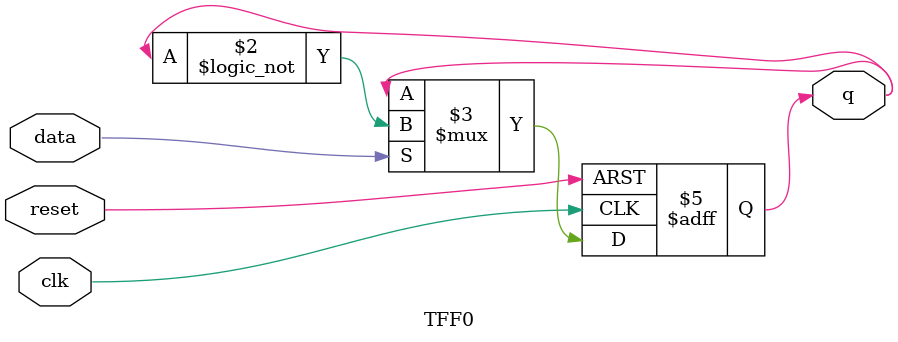
<source format=v>
module TFF0 (
data  , // Data Input
clk   , // Clock Input
reset , // Reset input
q       // Q output
);
//-----------Input Ports---------------
input data, clk, reset ; 
//-----------Output Ports---------------
output q;
//------------Internal Variables--------
reg q;
//-------------Code Starts Here---------
always @ ( posedge clk or posedge reset)
if (reset) begin
  q <= 1'b0;
end else if (data) begin
  q <= !q;
end

endmodule
</source>
